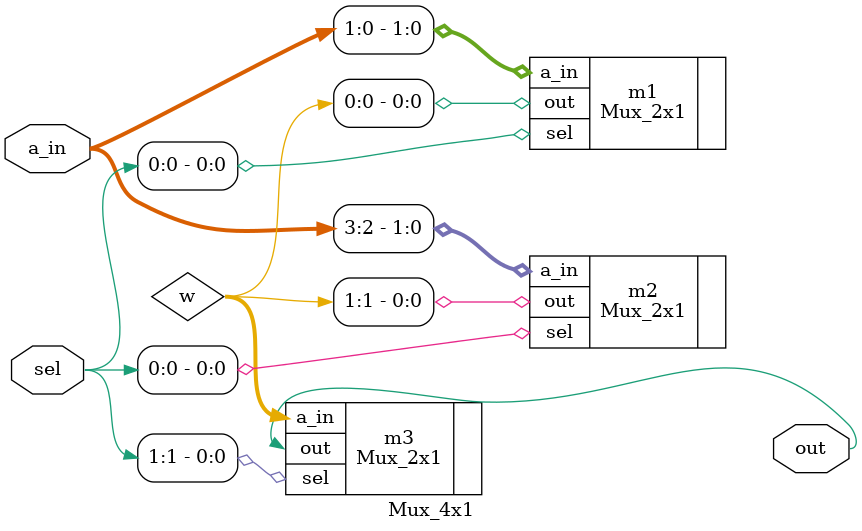
<source format=v>

module Mux_4x1 (
			input [3:0] a_in,
			input [1:0] sel,
			output out
		);

	wire [1:0] w;
	
	Mux_2x1 m1(.sel(sel[0]), .a_in(a_in[1:0]), .out(w[0]));
	Mux_2x1 m2(.sel(sel[0]), .a_in(a_in[3:2]), .out(w[1]));
	Mux_2x1 m3(.sel(sel[1]), .a_in(w), .out(out));
	

endmodule

</source>
